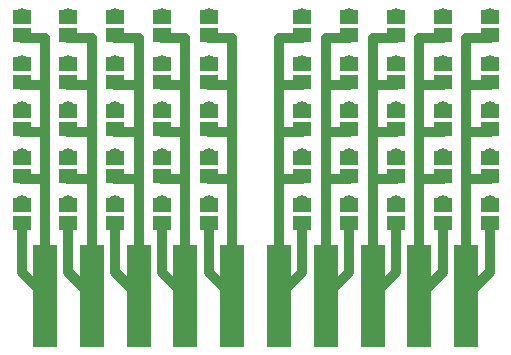
<source format=gtl>
G75*
%MOIN*%
%OFA0B0*%
%FSLAX25Y25*%
%IPPOS*%
%LPD*%
%AMOC8*
5,1,8,0,0,1.08239X$1,22.5*
%
%ADD10R,0.08000X0.34000*%
%ADD11R,0.06300X0.04600*%
%ADD12C,0.04600*%
%ADD13C,0.03200*%
D10*
X0031050Y0018400D03*
X0046650Y0018400D03*
X0062250Y0018400D03*
X0077850Y0018400D03*
X0093450Y0018400D03*
X0109050Y0018400D03*
X0124650Y0018400D03*
X0140250Y0018400D03*
X0155850Y0018400D03*
X0171450Y0018400D03*
D11*
X0163650Y0042700D03*
X0163650Y0048700D03*
X0163650Y0058300D03*
X0163650Y0064300D03*
X0148050Y0064300D03*
X0148050Y0058300D03*
X0148050Y0048700D03*
X0148050Y0042700D03*
X0132450Y0042700D03*
X0132450Y0048700D03*
X0132450Y0058300D03*
X0132450Y0064300D03*
X0132450Y0073900D03*
X0132450Y0079900D03*
X0132450Y0089500D03*
X0132450Y0095500D03*
X0132450Y0105100D03*
X0132450Y0111100D03*
X0116850Y0111100D03*
X0116850Y0105100D03*
X0116850Y0095500D03*
X0116850Y0089500D03*
X0116850Y0079900D03*
X0116850Y0073900D03*
X0116850Y0064300D03*
X0116850Y0058300D03*
X0116850Y0048700D03*
X0116850Y0042700D03*
X0085650Y0042700D03*
X0085650Y0048700D03*
X0085650Y0058300D03*
X0085650Y0064300D03*
X0085650Y0073900D03*
X0085650Y0079900D03*
X0085650Y0089500D03*
X0085650Y0095500D03*
X0085650Y0105100D03*
X0085650Y0111100D03*
X0070050Y0111100D03*
X0070050Y0105100D03*
X0070050Y0095500D03*
X0070050Y0089500D03*
X0070050Y0079900D03*
X0070050Y0073900D03*
X0070050Y0064300D03*
X0070050Y0058300D03*
X0070050Y0048700D03*
X0070050Y0042700D03*
X0054450Y0042700D03*
X0054450Y0048700D03*
X0054450Y0058300D03*
X0054450Y0064300D03*
X0038850Y0064300D03*
X0038850Y0058300D03*
X0038850Y0048700D03*
X0038850Y0042700D03*
X0023250Y0042700D03*
X0023250Y0048700D03*
X0023250Y0058300D03*
X0023250Y0064300D03*
X0023250Y0073900D03*
X0023250Y0079900D03*
X0023250Y0089500D03*
X0023250Y0095500D03*
X0023250Y0105100D03*
X0023250Y0111100D03*
X0038850Y0111100D03*
X0038850Y0105100D03*
X0038850Y0095500D03*
X0038850Y0089500D03*
X0038850Y0079900D03*
X0038850Y0073900D03*
X0054450Y0073900D03*
X0054450Y0079900D03*
X0054450Y0089500D03*
X0054450Y0095500D03*
X0054450Y0105100D03*
X0054450Y0111100D03*
X0148050Y0111100D03*
X0148050Y0105100D03*
X0148050Y0095500D03*
X0148050Y0089500D03*
X0148050Y0079900D03*
X0148050Y0073900D03*
X0163650Y0073900D03*
X0163650Y0079900D03*
X0163650Y0089500D03*
X0163650Y0095500D03*
X0163650Y0105100D03*
X0163650Y0111100D03*
X0179250Y0111100D03*
X0179250Y0105100D03*
X0179250Y0095500D03*
X0179250Y0089500D03*
X0179250Y0079900D03*
X0179250Y0073900D03*
X0179250Y0064300D03*
X0179250Y0058300D03*
X0179250Y0048700D03*
X0179250Y0042700D03*
D12*
X0179250Y0049600D03*
X0163650Y0049600D03*
X0148050Y0049600D03*
X0132450Y0049600D03*
X0116850Y0049600D03*
X0116850Y0065200D03*
X0132450Y0065200D03*
X0148050Y0065200D03*
X0163650Y0065200D03*
X0179250Y0065200D03*
X0179250Y0080800D03*
X0163650Y0080800D03*
X0148050Y0080800D03*
X0132450Y0080800D03*
X0116850Y0080800D03*
X0116850Y0096400D03*
X0132450Y0096400D03*
X0148050Y0096400D03*
X0163650Y0096400D03*
X0179250Y0096400D03*
X0179250Y0112000D03*
X0163650Y0112000D03*
X0148050Y0112000D03*
X0132450Y0112000D03*
X0116850Y0112000D03*
X0085650Y0112000D03*
X0070050Y0112000D03*
X0054450Y0112000D03*
X0038850Y0112000D03*
X0023250Y0112000D03*
X0023250Y0096400D03*
X0038850Y0096400D03*
X0054450Y0096400D03*
X0070050Y0096400D03*
X0085650Y0096400D03*
X0085650Y0080800D03*
X0070050Y0080800D03*
X0054450Y0080800D03*
X0038850Y0080800D03*
X0023250Y0080800D03*
X0023250Y0065200D03*
X0038850Y0065200D03*
X0054450Y0065200D03*
X0070050Y0065200D03*
X0085650Y0065200D03*
X0085650Y0049600D03*
X0070050Y0049600D03*
X0054450Y0049600D03*
X0038850Y0049600D03*
X0023250Y0049600D03*
D13*
X0023250Y0026200D02*
X0031050Y0018400D01*
X0031050Y0104200D01*
X0023250Y0104200D01*
X0038850Y0104200D02*
X0046650Y0104200D01*
X0046650Y0018400D01*
X0038850Y0026200D01*
X0038850Y0041800D01*
X0054450Y0041800D02*
X0054450Y0026200D01*
X0062250Y0018400D01*
X0062250Y0104200D01*
X0054450Y0104200D01*
X0070050Y0104200D02*
X0077850Y0104200D01*
X0077850Y0018400D01*
X0070050Y0026200D01*
X0070050Y0041800D01*
X0085650Y0041800D02*
X0085650Y0026200D01*
X0093450Y0018400D01*
X0093450Y0104200D01*
X0085650Y0104200D01*
X0085650Y0088600D02*
X0093450Y0088600D01*
X0109050Y0088600D02*
X0116850Y0088600D01*
X0124650Y0088600D02*
X0132450Y0088600D01*
X0140250Y0088600D02*
X0148050Y0088600D01*
X0155850Y0088600D02*
X0163650Y0088600D01*
X0171450Y0088600D02*
X0179250Y0088600D01*
X0179250Y0104200D02*
X0171450Y0104200D01*
X0171450Y0018400D01*
X0179250Y0026200D01*
X0179250Y0041800D01*
X0163650Y0041800D02*
X0163650Y0026200D01*
X0155850Y0018400D01*
X0155850Y0104200D01*
X0163650Y0104200D01*
X0148050Y0104200D02*
X0140250Y0104200D01*
X0140250Y0018400D01*
X0148050Y0026200D01*
X0148050Y0041800D01*
X0132450Y0041800D02*
X0132450Y0026200D01*
X0124650Y0018400D01*
X0124650Y0026200D01*
X0116850Y0026200D02*
X0116850Y0041800D01*
X0116850Y0057400D02*
X0109050Y0057400D01*
X0093450Y0057400D02*
X0085650Y0057400D01*
X0077850Y0057400D02*
X0070050Y0057400D01*
X0062250Y0057400D02*
X0054450Y0057400D01*
X0046650Y0057400D02*
X0038850Y0057400D01*
X0031050Y0057400D02*
X0023250Y0057400D01*
X0023250Y0041800D02*
X0023250Y0026200D01*
X0077850Y0026200D02*
X0077850Y0018400D01*
X0109050Y0018400D02*
X0116850Y0026200D01*
X0109050Y0026200D02*
X0109050Y0018400D01*
X0109050Y0104200D01*
X0116850Y0104200D01*
X0124650Y0104200D02*
X0132450Y0104200D01*
X0124650Y0104200D02*
X0124650Y0018400D01*
X0124650Y0057400D02*
X0132450Y0057400D01*
X0140250Y0057400D02*
X0148050Y0057400D01*
X0155850Y0057400D02*
X0163650Y0057400D01*
X0171450Y0057400D02*
X0179250Y0057400D01*
X0179250Y0073000D02*
X0171450Y0073000D01*
X0163650Y0073000D02*
X0155850Y0073000D01*
X0148050Y0073000D02*
X0140250Y0073000D01*
X0132450Y0073000D02*
X0124650Y0073000D01*
X0116850Y0073000D02*
X0109050Y0073000D01*
X0093450Y0073000D02*
X0085650Y0073000D01*
X0077850Y0073000D02*
X0070050Y0073000D01*
X0062250Y0073000D02*
X0054450Y0073000D01*
X0046650Y0073000D02*
X0038850Y0073000D01*
X0031050Y0073000D02*
X0023250Y0073000D01*
X0023250Y0088600D02*
X0031050Y0088600D01*
X0038850Y0088600D02*
X0046650Y0088600D01*
X0054450Y0088600D02*
X0062250Y0088600D01*
X0070050Y0088600D02*
X0077850Y0088600D01*
M02*

</source>
